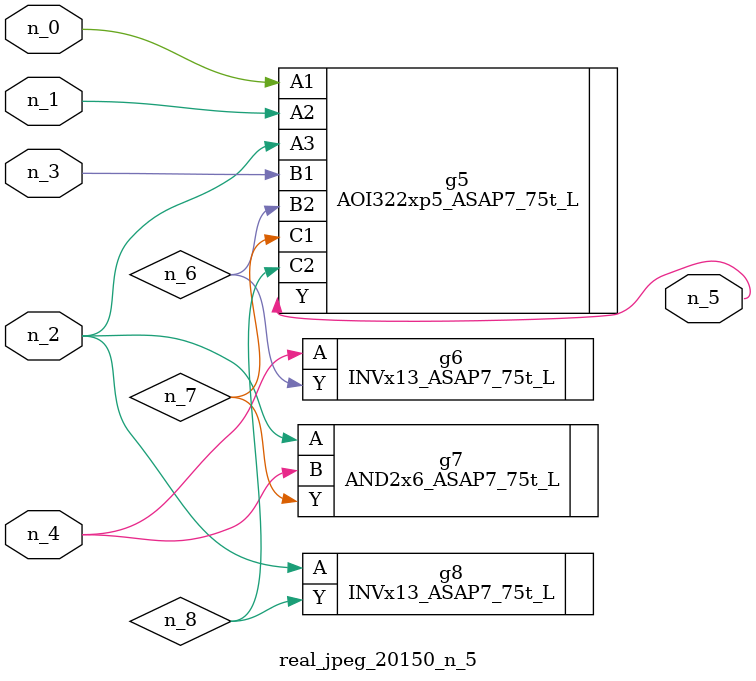
<source format=v>
module real_jpeg_20150_n_5 (n_4, n_0, n_1, n_2, n_3, n_5);

input n_4;
input n_0;
input n_1;
input n_2;
input n_3;

output n_5;

wire n_8;
wire n_6;
wire n_7;

AOI322xp5_ASAP7_75t_L g5 ( 
.A1(n_0),
.A2(n_1),
.A3(n_2),
.B1(n_3),
.B2(n_6),
.C1(n_7),
.C2(n_8),
.Y(n_5)
);

AND2x6_ASAP7_75t_L g7 ( 
.A(n_2),
.B(n_4),
.Y(n_7)
);

INVx13_ASAP7_75t_L g8 ( 
.A(n_2),
.Y(n_8)
);

INVx13_ASAP7_75t_L g6 ( 
.A(n_4),
.Y(n_6)
);


endmodule
</source>
